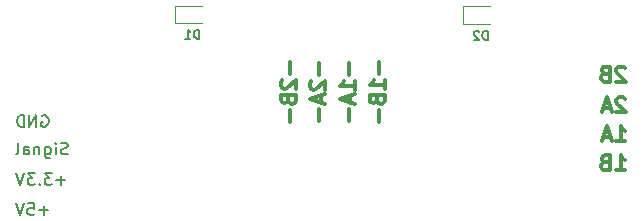
<source format=gbr>
G04 #@! TF.GenerationSoftware,KiCad,Pcbnew,(5.1.2)-2*
G04 #@! TF.CreationDate,2020-12-09T13:32:10+01:00*
G04 #@! TF.ProjectId,Relay-Board,52656c61-792d-4426-9f61-72642e6b6963,rev?*
G04 #@! TF.SameCoordinates,Original*
G04 #@! TF.FileFunction,Legend,Bot*
G04 #@! TF.FilePolarity,Positive*
%FSLAX46Y46*%
G04 Gerber Fmt 4.6, Leading zero omitted, Abs format (unit mm)*
G04 Created by KiCad (PCBNEW (5.1.2)-2) date 2020-12-09 13:32:10*
%MOMM*%
%LPD*%
G04 APERTURE LIST*
%ADD10C,0.300000*%
%ADD11C,0.150000*%
%ADD12C,0.120000*%
G04 APERTURE END LIST*
D10*
X145418365Y-57367956D02*
X145357889Y-57307480D01*
X145236937Y-57247003D01*
X144934556Y-57247003D01*
X144813603Y-57307480D01*
X144753127Y-57367956D01*
X144692651Y-57488908D01*
X144692651Y-57609860D01*
X144753127Y-57791289D01*
X145478842Y-58517003D01*
X144692651Y-58517003D01*
X144208842Y-58154146D02*
X143604080Y-58154146D01*
X144329794Y-58517003D02*
X143906461Y-57247003D01*
X143483127Y-58517003D01*
X145401937Y-54782236D02*
X145341460Y-54721760D01*
X145220508Y-54661283D01*
X144918127Y-54661283D01*
X144797175Y-54721760D01*
X144736699Y-54782236D01*
X144676222Y-54903188D01*
X144676222Y-55024140D01*
X144736699Y-55205569D01*
X145462413Y-55931283D01*
X144676222Y-55931283D01*
X143708603Y-55266045D02*
X143527175Y-55326521D01*
X143466699Y-55386998D01*
X143406222Y-55507950D01*
X143406222Y-55689379D01*
X143466699Y-55810331D01*
X143527175Y-55870807D01*
X143648127Y-55931283D01*
X144131937Y-55931283D01*
X144131937Y-54661283D01*
X143708603Y-54661283D01*
X143587651Y-54721760D01*
X143527175Y-54782236D01*
X143466699Y-54903188D01*
X143466699Y-55024140D01*
X143527175Y-55145093D01*
X143587651Y-55205569D01*
X143708603Y-55266045D01*
X144131937Y-55266045D01*
X144676222Y-63444603D02*
X145401937Y-63444603D01*
X145039080Y-63444603D02*
X145039080Y-62174603D01*
X145160032Y-62356032D01*
X145280984Y-62476984D01*
X145401937Y-62537460D01*
X143708603Y-62779365D02*
X143527175Y-62839841D01*
X143466699Y-62900318D01*
X143406222Y-63021270D01*
X143406222Y-63202699D01*
X143466699Y-63323651D01*
X143527175Y-63384127D01*
X143648127Y-63444603D01*
X144131937Y-63444603D01*
X144131937Y-62174603D01*
X143708603Y-62174603D01*
X143587651Y-62235080D01*
X143527175Y-62295556D01*
X143466699Y-62416508D01*
X143466699Y-62537460D01*
X143527175Y-62658413D01*
X143587651Y-62718889D01*
X143708603Y-62779365D01*
X144131937Y-62779365D01*
X144692651Y-61001123D02*
X145418365Y-61001123D01*
X145055508Y-61001123D02*
X145055508Y-59731123D01*
X145176461Y-59912552D01*
X145297413Y-60033504D01*
X145418365Y-60093980D01*
X144208842Y-60638266D02*
X143604080Y-60638266D01*
X144329794Y-61001123D02*
X143906461Y-59731123D01*
X143483127Y-61001123D01*
X117072954Y-54310038D02*
X117072954Y-55277657D01*
X116407716Y-55821942D02*
X116347240Y-55882419D01*
X116286763Y-56003371D01*
X116286763Y-56305752D01*
X116347240Y-56426704D01*
X116407716Y-56487180D01*
X116528668Y-56547657D01*
X116649620Y-56547657D01*
X116831049Y-56487180D01*
X117556763Y-55761466D01*
X117556763Y-56547657D01*
X116891525Y-57515276D02*
X116952001Y-57696704D01*
X117012478Y-57757180D01*
X117133430Y-57817657D01*
X117314859Y-57817657D01*
X117435811Y-57757180D01*
X117496287Y-57696704D01*
X117556763Y-57575752D01*
X117556763Y-57091942D01*
X116286763Y-57091942D01*
X116286763Y-57515276D01*
X116347240Y-57636228D01*
X116407716Y-57696704D01*
X116528668Y-57757180D01*
X116649620Y-57757180D01*
X116770573Y-57696704D01*
X116831049Y-57636228D01*
X116891525Y-57515276D01*
X116891525Y-57091942D01*
X117072954Y-58361942D02*
X117072954Y-59329561D01*
X119521514Y-54400753D02*
X119521514Y-55368372D01*
X118856276Y-55912658D02*
X118795800Y-55973134D01*
X118735323Y-56094086D01*
X118735323Y-56396467D01*
X118795800Y-56517420D01*
X118856276Y-56577896D01*
X118977228Y-56638372D01*
X119098180Y-56638372D01*
X119279609Y-56577896D01*
X120005323Y-55852181D01*
X120005323Y-56638372D01*
X119642466Y-57122181D02*
X119642466Y-57726943D01*
X120005323Y-57001229D02*
X118735323Y-57424562D01*
X120005323Y-57847896D01*
X119521514Y-58271229D02*
X119521514Y-59238848D01*
X122041194Y-54400753D02*
X122041194Y-55368372D01*
X122525003Y-56638372D02*
X122525003Y-55912658D01*
X122525003Y-56275515D02*
X121255003Y-56275515D01*
X121436432Y-56154562D01*
X121557384Y-56033610D01*
X121617860Y-55912658D01*
X122162146Y-57122181D02*
X122162146Y-57726943D01*
X122525003Y-57001229D02*
X121255003Y-57424562D01*
X122525003Y-57847896D01*
X122041194Y-58271229D02*
X122041194Y-59238848D01*
X124586274Y-54310038D02*
X124586274Y-55277657D01*
X125070083Y-56547657D02*
X125070083Y-55821942D01*
X125070083Y-56184800D02*
X123800083Y-56184800D01*
X123981512Y-56063847D01*
X124102464Y-55942895D01*
X124162940Y-55821942D01*
X124404845Y-57515276D02*
X124465321Y-57696704D01*
X124525798Y-57757180D01*
X124646750Y-57817657D01*
X124828179Y-57817657D01*
X124949131Y-57757180D01*
X125009607Y-57696704D01*
X125070083Y-57575752D01*
X125070083Y-57091942D01*
X123800083Y-57091942D01*
X123800083Y-57515276D01*
X123860560Y-57636228D01*
X123921036Y-57696704D01*
X124041988Y-57757180D01*
X124162940Y-57757180D01*
X124283893Y-57696704D01*
X124344369Y-57636228D01*
X124404845Y-57515276D01*
X124404845Y-57091942D01*
X124586274Y-58361942D02*
X124586274Y-59329561D01*
D11*
X96037304Y-58809000D02*
X96132542Y-58761380D01*
X96275400Y-58761380D01*
X96418257Y-58809000D01*
X96513495Y-58904238D01*
X96561114Y-58999476D01*
X96608733Y-59189952D01*
X96608733Y-59332809D01*
X96561114Y-59523285D01*
X96513495Y-59618523D01*
X96418257Y-59713761D01*
X96275400Y-59761380D01*
X96180161Y-59761380D01*
X96037304Y-59713761D01*
X95989685Y-59666142D01*
X95989685Y-59332809D01*
X96180161Y-59332809D01*
X95561114Y-59761380D02*
X95561114Y-58761380D01*
X94989685Y-59761380D01*
X94989685Y-58761380D01*
X94513495Y-59761380D02*
X94513495Y-58761380D01*
X94275400Y-58761380D01*
X94132542Y-58809000D01*
X94037304Y-58904238D01*
X93989685Y-58999476D01*
X93942066Y-59189952D01*
X93942066Y-59332809D01*
X93989685Y-59523285D01*
X94037304Y-59618523D01*
X94132542Y-59713761D01*
X94275400Y-59761380D01*
X94513495Y-59761380D01*
X98218357Y-62050561D02*
X98075500Y-62098180D01*
X97837404Y-62098180D01*
X97742166Y-62050561D01*
X97694547Y-62002942D01*
X97646928Y-61907704D01*
X97646928Y-61812466D01*
X97694547Y-61717228D01*
X97742166Y-61669609D01*
X97837404Y-61621990D01*
X98027880Y-61574371D01*
X98123119Y-61526752D01*
X98170738Y-61479133D01*
X98218357Y-61383895D01*
X98218357Y-61288657D01*
X98170738Y-61193419D01*
X98123119Y-61145800D01*
X98027880Y-61098180D01*
X97789785Y-61098180D01*
X97646928Y-61145800D01*
X97218357Y-62098180D02*
X97218357Y-61431514D01*
X97218357Y-61098180D02*
X97265976Y-61145800D01*
X97218357Y-61193419D01*
X97170738Y-61145800D01*
X97218357Y-61098180D01*
X97218357Y-61193419D01*
X96313595Y-61431514D02*
X96313595Y-62241038D01*
X96361214Y-62336276D01*
X96408833Y-62383895D01*
X96504071Y-62431514D01*
X96646928Y-62431514D01*
X96742166Y-62383895D01*
X96313595Y-62050561D02*
X96408833Y-62098180D01*
X96599309Y-62098180D01*
X96694547Y-62050561D01*
X96742166Y-62002942D01*
X96789785Y-61907704D01*
X96789785Y-61621990D01*
X96742166Y-61526752D01*
X96694547Y-61479133D01*
X96599309Y-61431514D01*
X96408833Y-61431514D01*
X96313595Y-61479133D01*
X95837404Y-61431514D02*
X95837404Y-62098180D01*
X95837404Y-61526752D02*
X95789785Y-61479133D01*
X95694547Y-61431514D01*
X95551690Y-61431514D01*
X95456452Y-61479133D01*
X95408833Y-61574371D01*
X95408833Y-62098180D01*
X94504071Y-62098180D02*
X94504071Y-61574371D01*
X94551690Y-61479133D01*
X94646928Y-61431514D01*
X94837404Y-61431514D01*
X94932642Y-61479133D01*
X94504071Y-62050561D02*
X94599309Y-62098180D01*
X94837404Y-62098180D01*
X94932642Y-62050561D01*
X94980261Y-61955323D01*
X94980261Y-61860085D01*
X94932642Y-61764847D01*
X94837404Y-61717228D01*
X94599309Y-61717228D01*
X94504071Y-61669609D01*
X93885023Y-62098180D02*
X93980261Y-62050561D01*
X94027880Y-61955323D01*
X94027880Y-61098180D01*
X98037400Y-64295328D02*
X97275495Y-64295328D01*
X97656447Y-64676280D02*
X97656447Y-63914376D01*
X96894542Y-63676280D02*
X96275495Y-63676280D01*
X96608828Y-64057233D01*
X96465971Y-64057233D01*
X96370733Y-64104852D01*
X96323114Y-64152471D01*
X96275495Y-64247709D01*
X96275495Y-64485804D01*
X96323114Y-64581042D01*
X96370733Y-64628661D01*
X96465971Y-64676280D01*
X96751685Y-64676280D01*
X96846923Y-64628661D01*
X96894542Y-64581042D01*
X95846923Y-64581042D02*
X95799304Y-64628661D01*
X95846923Y-64676280D01*
X95894542Y-64628661D01*
X95846923Y-64581042D01*
X95846923Y-64676280D01*
X95465971Y-63676280D02*
X94846923Y-63676280D01*
X95180257Y-64057233D01*
X95037400Y-64057233D01*
X94942161Y-64104852D01*
X94894542Y-64152471D01*
X94846923Y-64247709D01*
X94846923Y-64485804D01*
X94894542Y-64581042D01*
X94942161Y-64628661D01*
X95037400Y-64676280D01*
X95323114Y-64676280D01*
X95418352Y-64628661D01*
X95465971Y-64581042D01*
X94561209Y-63676280D02*
X94227876Y-64676280D01*
X93894542Y-63676280D01*
X96586514Y-66835328D02*
X95824609Y-66835328D01*
X96205561Y-67216280D02*
X96205561Y-66454376D01*
X94872228Y-66216280D02*
X95348419Y-66216280D01*
X95396038Y-66692471D01*
X95348419Y-66644852D01*
X95253180Y-66597233D01*
X95015085Y-66597233D01*
X94919847Y-66644852D01*
X94872228Y-66692471D01*
X94824609Y-66787709D01*
X94824609Y-67025804D01*
X94872228Y-67121042D01*
X94919847Y-67168661D01*
X95015085Y-67216280D01*
X95253180Y-67216280D01*
X95348419Y-67168661D01*
X95396038Y-67121042D01*
X94538895Y-66216280D02*
X94205561Y-67216280D01*
X93872228Y-66216280D01*
D12*
X131737900Y-49557000D02*
X134022900Y-49557000D01*
X131737900Y-51027000D02*
X131737900Y-49557000D01*
X134022900Y-51027000D02*
X131737900Y-51027000D01*
X107353900Y-49531600D02*
X109638900Y-49531600D01*
X107353900Y-51001600D02*
X107353900Y-49531600D01*
X109638900Y-51001600D02*
X107353900Y-51001600D01*
D11*
X133776571Y-52383885D02*
X133776571Y-51633885D01*
X133598000Y-51633885D01*
X133490857Y-51669600D01*
X133419428Y-51741028D01*
X133383714Y-51812457D01*
X133348000Y-51955314D01*
X133348000Y-52062457D01*
X133383714Y-52205314D01*
X133419428Y-52276742D01*
X133490857Y-52348171D01*
X133598000Y-52383885D01*
X133776571Y-52383885D01*
X133062285Y-51705314D02*
X133026571Y-51669600D01*
X132955142Y-51633885D01*
X132776571Y-51633885D01*
X132705142Y-51669600D01*
X132669428Y-51705314D01*
X132633714Y-51776742D01*
X132633714Y-51848171D01*
X132669428Y-51955314D01*
X133098000Y-52383885D01*
X132633714Y-52383885D01*
X109341771Y-52307685D02*
X109341771Y-51557685D01*
X109163200Y-51557685D01*
X109056057Y-51593400D01*
X108984628Y-51664828D01*
X108948914Y-51736257D01*
X108913200Y-51879114D01*
X108913200Y-51986257D01*
X108948914Y-52129114D01*
X108984628Y-52200542D01*
X109056057Y-52271971D01*
X109163200Y-52307685D01*
X109341771Y-52307685D01*
X108198914Y-52307685D02*
X108627485Y-52307685D01*
X108413200Y-52307685D02*
X108413200Y-51557685D01*
X108484628Y-51664828D01*
X108556057Y-51736257D01*
X108627485Y-51771971D01*
M02*

</source>
